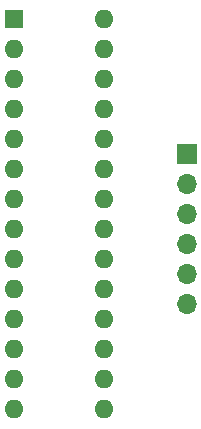
<source format=gbr>
%TF.GenerationSoftware,KiCad,Pcbnew,7.0.1*%
%TF.CreationDate,2023-05-04T02:21:34+01:00*%
%TF.ProjectId,wiikey_dip,7769696b-6579-45f6-9469-702e6b696361,rev?*%
%TF.SameCoordinates,Original*%
%TF.FileFunction,Soldermask,Bot*%
%TF.FilePolarity,Negative*%
%FSLAX46Y46*%
G04 Gerber Fmt 4.6, Leading zero omitted, Abs format (unit mm)*
G04 Created by KiCad (PCBNEW 7.0.1) date 2023-05-04 02:21:34*
%MOMM*%
%LPD*%
G01*
G04 APERTURE LIST*
%ADD10R,1.600000X1.600000*%
%ADD11O,1.600000X1.600000*%
%ADD12R,1.700000X1.700000*%
%ADD13O,1.700000X1.700000*%
G04 APERTURE END LIST*
D10*
%TO.C,U1*%
X153035000Y-79375000D03*
D11*
X153035000Y-81915000D03*
X153035000Y-84455000D03*
X153035000Y-86995000D03*
X153035000Y-89535000D03*
X153035000Y-92075000D03*
X153035000Y-94615000D03*
X153035000Y-97155000D03*
X153035000Y-99695000D03*
X153035000Y-102235000D03*
X153035000Y-104775000D03*
X153035000Y-107315000D03*
X153035000Y-109855000D03*
X153035000Y-112395000D03*
X160655000Y-112395000D03*
X160655000Y-109855000D03*
X160655000Y-107315000D03*
X160655000Y-104775000D03*
X160655000Y-102235000D03*
X160655000Y-99695000D03*
X160655000Y-97155000D03*
X160655000Y-94615000D03*
X160655000Y-92075000D03*
X160655000Y-89535000D03*
X160655000Y-86995000D03*
X160655000Y-84455000D03*
X160655000Y-81915000D03*
X160655000Y-79375000D03*
%TD*%
D12*
%TO.C,J1*%
X167640000Y-90805000D03*
D13*
X167640000Y-93345000D03*
X167640000Y-95885000D03*
X167640000Y-98425000D03*
X167640000Y-100965000D03*
X167640000Y-103505000D03*
%TD*%
M02*

</source>
